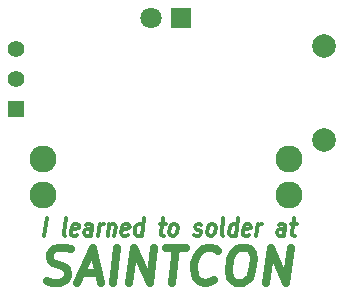
<source format=gts>
G04 #@! TF.FileFunction,Soldermask,Top*
%FSLAX46Y46*%
G04 Gerber Fmt 4.6, Leading zero omitted, Abs format (unit mm)*
G04 Created by KiCad (PCBNEW 4.0.7) date 10/06/19 13:23:44*
%MOMM*%
%LPD*%
G01*
G04 APERTURE LIST*
%ADD10C,0.100000*%
%ADD11C,0.300000*%
%ADD12C,0.687500*%
%ADD13C,1.998980*%
%ADD14C,2.286000*%
%ADD15R,1.800000X1.800000*%
%ADD16C,1.800000*%
%ADD17R,1.397000X1.397000*%
%ADD18C,1.397000*%
G04 APERTURE END LIST*
D10*
D11*
X164917872Y-97706571D02*
X165105372Y-96206571D01*
X166713110Y-97706571D02*
X166598229Y-97635143D01*
X166554181Y-97492286D01*
X166714896Y-96206571D01*
X167712514Y-97635143D02*
X167579776Y-97706571D01*
X167332157Y-97706571D01*
X167217276Y-97635143D01*
X167173228Y-97492286D01*
X167244657Y-96920857D01*
X167324419Y-96778000D01*
X167457157Y-96706571D01*
X167704776Y-96706571D01*
X167819657Y-96778000D01*
X167863705Y-96920857D01*
X167845848Y-97063714D01*
X167208943Y-97206571D01*
X168879777Y-97706571D02*
X168977991Y-96920857D01*
X168933943Y-96778000D01*
X168819062Y-96706571D01*
X168571443Y-96706571D01*
X168438705Y-96778000D01*
X168888705Y-97635143D02*
X168755967Y-97706571D01*
X168446443Y-97706571D01*
X168331562Y-97635143D01*
X168287514Y-97492286D01*
X168305371Y-97349429D01*
X168385134Y-97206571D01*
X168517871Y-97135143D01*
X168827395Y-97135143D01*
X168960134Y-97063714D01*
X169498824Y-97706571D02*
X169623824Y-96706571D01*
X169588109Y-96992286D02*
X169667871Y-96849429D01*
X169738704Y-96778000D01*
X169871443Y-96706571D01*
X169995252Y-96706571D01*
X170428586Y-96706571D02*
X170303586Y-97706571D01*
X170410728Y-96849429D02*
X170481562Y-96778000D01*
X170614300Y-96706571D01*
X170800014Y-96706571D01*
X170914895Y-96778000D01*
X170958943Y-96920857D01*
X170860729Y-97706571D01*
X171983942Y-97635143D02*
X171851204Y-97706571D01*
X171603585Y-97706571D01*
X171488704Y-97635143D01*
X171444656Y-97492286D01*
X171516085Y-96920857D01*
X171595847Y-96778000D01*
X171728585Y-96706571D01*
X171976204Y-96706571D01*
X172091085Y-96778000D01*
X172135133Y-96920857D01*
X172117276Y-97063714D01*
X171480371Y-97206571D01*
X173151205Y-97706571D02*
X173338705Y-96206571D01*
X173160133Y-97635143D02*
X173027395Y-97706571D01*
X172779776Y-97706571D01*
X172664895Y-97635143D01*
X172611919Y-97563714D01*
X172567871Y-97420857D01*
X172621442Y-96992286D01*
X172701204Y-96849429D01*
X172772038Y-96778000D01*
X172904776Y-96706571D01*
X173152395Y-96706571D01*
X173267276Y-96778000D01*
X174700014Y-96706571D02*
X175195252Y-96706571D01*
X174948228Y-96206571D02*
X174787513Y-97492286D01*
X174831561Y-97635143D01*
X174946442Y-97706571D01*
X175070252Y-97706571D01*
X175689299Y-97706571D02*
X175574418Y-97635143D01*
X175521442Y-97563714D01*
X175477394Y-97420857D01*
X175530965Y-96992286D01*
X175610727Y-96849429D01*
X175681561Y-96778000D01*
X175814299Y-96706571D01*
X176000013Y-96706571D01*
X176114894Y-96778000D01*
X176167870Y-96849429D01*
X176211917Y-96992286D01*
X176158346Y-97420857D01*
X176078585Y-97563714D01*
X176007751Y-97635143D01*
X175875013Y-97706571D01*
X175689299Y-97706571D01*
X177617274Y-97635143D02*
X177732156Y-97706571D01*
X177979775Y-97706571D01*
X178112512Y-97635143D01*
X178192274Y-97492286D01*
X178201203Y-97420857D01*
X178157155Y-97278000D01*
X178042275Y-97206571D01*
X177856560Y-97206571D01*
X177741679Y-97135143D01*
X177697631Y-96992286D01*
X177706560Y-96920857D01*
X177786322Y-96778000D01*
X177919060Y-96706571D01*
X178104775Y-96706571D01*
X178219655Y-96778000D01*
X178908346Y-97706571D02*
X178793465Y-97635143D01*
X178740489Y-97563714D01*
X178696441Y-97420857D01*
X178750012Y-96992286D01*
X178829774Y-96849429D01*
X178900608Y-96778000D01*
X179033346Y-96706571D01*
X179219060Y-96706571D01*
X179333941Y-96778000D01*
X179386917Y-96849429D01*
X179430964Y-96992286D01*
X179377393Y-97420857D01*
X179297632Y-97563714D01*
X179226798Y-97635143D01*
X179094060Y-97706571D01*
X178908346Y-97706571D01*
X180084536Y-97706571D02*
X179969655Y-97635143D01*
X179925607Y-97492286D01*
X180086322Y-96206571D01*
X181136917Y-97706571D02*
X181324417Y-96206571D01*
X181145845Y-97635143D02*
X181013107Y-97706571D01*
X180765488Y-97706571D01*
X180650607Y-97635143D01*
X180597631Y-97563714D01*
X180553583Y-97420857D01*
X180607154Y-96992286D01*
X180686916Y-96849429D01*
X180757750Y-96778000D01*
X180890488Y-96706571D01*
X181138107Y-96706571D01*
X181252988Y-96778000D01*
X182260130Y-97635143D02*
X182127392Y-97706571D01*
X181879773Y-97706571D01*
X181764892Y-97635143D01*
X181720844Y-97492286D01*
X181792273Y-96920857D01*
X181872035Y-96778000D01*
X182004773Y-96706571D01*
X182252392Y-96706571D01*
X182367273Y-96778000D01*
X182411321Y-96920857D01*
X182393464Y-97063714D01*
X181756559Y-97206571D01*
X182870250Y-97706571D02*
X182995250Y-96706571D01*
X182959535Y-96992286D02*
X183039297Y-96849429D01*
X183110130Y-96778000D01*
X183242869Y-96706571D01*
X183366678Y-96706571D01*
X185222631Y-97706571D02*
X185320845Y-96920857D01*
X185276797Y-96778000D01*
X185161916Y-96706571D01*
X184914297Y-96706571D01*
X184781559Y-96778000D01*
X185231559Y-97635143D02*
X185098821Y-97706571D01*
X184789297Y-97706571D01*
X184674416Y-97635143D01*
X184630368Y-97492286D01*
X184648225Y-97349429D01*
X184727988Y-97206571D01*
X184860725Y-97135143D01*
X185170249Y-97135143D01*
X185302988Y-97063714D01*
X185780964Y-96706571D02*
X186276202Y-96706571D01*
X186029178Y-96206571D02*
X185868463Y-97492286D01*
X185912511Y-97635143D01*
X186027392Y-97706571D01*
X186151202Y-97706571D01*
D12*
X165147929Y-101544286D02*
X165558643Y-101687143D01*
X166272929Y-101687143D01*
X166576500Y-101544286D01*
X166737214Y-101401429D01*
X166915786Y-101115714D01*
X166951500Y-100830000D01*
X166844357Y-100544286D01*
X166719357Y-100401429D01*
X166451501Y-100258571D01*
X165897929Y-100115714D01*
X165630072Y-99972857D01*
X165505072Y-99830000D01*
X165397929Y-99544286D01*
X165433644Y-99258571D01*
X165612215Y-98972857D01*
X165772929Y-98830000D01*
X166076500Y-98687143D01*
X166790786Y-98687143D01*
X167201500Y-98830000D01*
X168094358Y-100830000D02*
X169522929Y-100830000D01*
X167701500Y-101687143D02*
X169076500Y-98687143D01*
X169701500Y-101687143D01*
X170701501Y-101687143D02*
X171076501Y-98687143D01*
X172130072Y-101687143D02*
X172505072Y-98687143D01*
X173844357Y-101687143D01*
X174219357Y-98687143D01*
X175219357Y-98687143D02*
X176933643Y-98687143D01*
X175701500Y-101687143D02*
X176076500Y-98687143D01*
X179308642Y-101401429D02*
X179147928Y-101544286D01*
X178701500Y-101687143D01*
X178415786Y-101687143D01*
X178005071Y-101544286D01*
X177755072Y-101258571D01*
X177647929Y-100972857D01*
X177576500Y-100401429D01*
X177630072Y-99972857D01*
X177844357Y-99401429D01*
X178022929Y-99115714D01*
X178344357Y-98830000D01*
X178790786Y-98687143D01*
X179076500Y-98687143D01*
X179487214Y-98830000D01*
X179612214Y-98972857D01*
X181505071Y-98687143D02*
X182076500Y-98687143D01*
X182344357Y-98830000D01*
X182594357Y-99115714D01*
X182665786Y-99687143D01*
X182540786Y-100687143D01*
X182326500Y-101258571D01*
X182005071Y-101544286D01*
X181701500Y-101687143D01*
X181130071Y-101687143D01*
X180862214Y-101544286D01*
X180612215Y-101258571D01*
X180540786Y-100687143D01*
X180665786Y-99687143D01*
X180880072Y-99115714D01*
X181201500Y-98830000D01*
X181505071Y-98687143D01*
X183701500Y-101687143D02*
X184076500Y-98687143D01*
X185415785Y-101687143D01*
X185790785Y-98687143D01*
D13*
X188595000Y-81598000D03*
X188595000Y-89598000D03*
D14*
X185674000Y-94234000D03*
X164846000Y-94234000D03*
X185674000Y-91186000D03*
X164846000Y-91186000D03*
D15*
X176530000Y-79248000D03*
D16*
X173990000Y-79248000D03*
D17*
X162560000Y-86995000D03*
D18*
X162560000Y-84455000D03*
X162560000Y-81915000D03*
M02*

</source>
